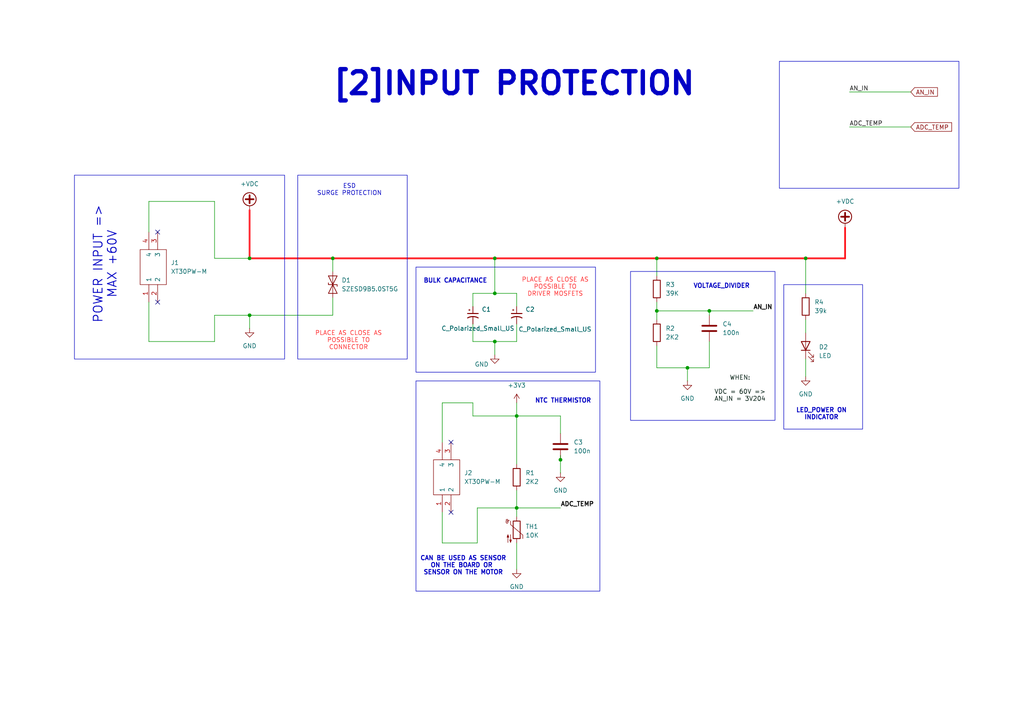
<source format=kicad_sch>
(kicad_sch (version 20231120) (generator "eeschema") (generator_version "8.0")
  (paper "A4")
  (lib_symbols
    (symbol "Device:C" (pin_numbers hide) (pin_names (offset 0.254))
      (property "Reference" "C" (at 0.635 2.54 0))
      (property "Value" "C" (at 0.635 -2.54 0))
      (symbol "C_0_1"
        (polyline (pts (xy -2.032 -0.762) (xy 2.032 -0.762)) (stroke (width 0.508)))
        (polyline (pts (xy -2.032 0.762) (xy 2.032 0.762)) (stroke (width 0.508)))
      )
      (symbol "C_1_1"
        (pin passive line (at 0 3.81 270) (length 2.794) (name "~") (number "1"))
        (pin passive line (at 0 -3.81 90) (length 2.794) (name "~") (number "2"))
      )
    )
    (symbol "Device:C_Polarized_Small_US" (pin_numbers hide) (pin_names (offset 0.254) hide)
      (property "Reference" "C" (at 0.254 1.778 0))
      (property "Value" "C_Polarized_Small_US" (at 0.254 -2.032 0))
      (symbol "C_Polarized_Small_US_0_1"
        (polyline (pts (xy -1.524 0.508) (xy 1.524 0.508)) (stroke (width 0.3048)))
        (polyline (pts (xy -1.27 1.524) (xy -0.762 1.524)))
        (polyline (pts (xy -1.016 1.27) (xy -1.016 1.778)))
        (arc (start 1.524 -0.762) (mid 0 -0.3734) (end -1.524 -0.762) (stroke (width 0.3048)))
      )
      (symbol "C_Polarized_Small_US_1_1"
        (pin passive line (at 0 2.54 270) (length 2.032) (name "~") (number "1"))
        (pin passive line (at 0 -2.54 90) (length 2.032) (name "~") (number "2"))
      )
    )
    (symbol "Device:LED" (pin_numbers hide) (pin_names (offset 1.016) hide)
      (property "Reference" "D" (at 0 2.54 0))
      (property "Value" "LED" (at 0 -2.54 0))
      (symbol "LED_0_1"
        (polyline (pts (xy -1.27 -1.27) (xy -1.27 1.27)) (stroke (width 0.254)))
        (polyline (pts (xy -1.27 0) (xy 1.27 0)))
        (polyline (pts (xy 1.27 -1.27) (xy 1.27 1.27) (xy -1.27 0) (xy 1.27 -1.27)) (stroke (width 0.254)))
        (polyline (pts (xy -3.048 -0.762) (xy -4.572 -2.286) (xy -3.81 -2.286) (xy -4.572 -2.286) (xy -4.572 -1.524)))
        (polyline (pts (xy -1.778 -0.762) (xy -3.302 -2.286) (xy -2.54 -2.286) (xy -3.302 -2.286) (xy -3.302 -1.524)))
      )
      (symbol "LED_1_1"
        (pin passive line (at -3.81 0 0) (length 2.54) (name "K") (number "1"))
        (pin passive line (at 3.81 0 180) (length 2.54) (name "A") (number "2"))
      )
    )
    (symbol "Device:R" (pin_numbers hide) (pin_names (offset 0))
      (property "Reference" "R" (at 2.032 0 90))
      (property "Value" "R" (at 0 0 90))
      (symbol "R_0_1"
        (rectangle (start -1.016 -2.54) (end 1.016 2.54) (stroke (width 0.254)))
      )
      (symbol "R_1_1"
        (pin passive line (at 0 3.81 270) (length 1.27) (name "~") (number "1"))
        (pin passive line (at 0 -3.81 90) (length 1.27) (name "~") (number "2"))
      )
    )
    (symbol "Device:Thermistor_NTC" (pin_numbers hide) (pin_names (offset 0))
      (property "Reference" "TH" (at -4.445 0 90))
      (property "Value" "Thermistor_NTC" (at 3.175 0 90))
      (symbol "Thermistor_NTC_0_1"
        (arc (start -3.048 2.159) (mid -3.0495 2.3143) (end -3.175 2.413))
        (arc (start -3.048 2.159) (mid -2.9736 1.9794) (end -2.794 1.905))
        (arc (start -3.048 2.794) (mid -2.9736 2.6144) (end -2.794 2.54))
        (arc (start -2.794 1.905) (mid -2.6144 1.9794) (end -2.54 2.159))
        (arc (start -2.794 2.54) (mid -2.4393 2.5587) (end -2.159 2.794))
        (arc (start -2.794 3.048) (mid -2.9736 2.9736) (end -3.048 2.794))
        (arc (start -2.54 2.794) (mid -2.6144 2.9736) (end -2.794 3.048))
        (rectangle (start -1.016 2.54) (end 1.016 -2.54) (stroke (width 0.254)))
        (polyline (pts (xy -2.54 2.159) (xy -2.54 2.794)))
        (polyline (pts (xy -1.778 2.54) (xy -1.778 1.524) (xy 1.778 -1.524) (xy 1.778 -2.54)))
        (polyline (pts (xy -2.54 -3.683) (xy -2.54 -1.397) (xy -2.794 -2.159) (xy -2.286 -2.159) (xy -2.54 -1.397) (xy -2.54 -1.651)) (fill (type outline)))
        (polyline (pts (xy -1.778 -1.397) (xy -1.778 -3.683) (xy -2.032 -2.921) (xy -1.524 -2.921) (xy -1.778 -3.683) (xy -1.778 -3.429)) (fill (type outline)))
      )
      (symbol "Thermistor_NTC_1_1"
        (pin passive line (at 0 3.81 270) (length 1.27) (name "~") (number "1"))
        (pin passive line (at 0 -3.81 90) (length 1.27) (name "~") (number "2"))
      )
    )
    (symbol "Diode:SZESD9B5.0ST5G" (pin_numbers hide) (pin_names (offset 1.016) hide)
      (property "Reference" "D" (at 0 2.54 0))
      (property "Value" "SZESD9B5.0ST5G" (at 0 -2.54 0))
      (symbol "SZESD9B5.0ST5G_0_1"
        (polyline (pts (xy 1.27 0) (xy -1.27 0)))
        (polyline (pts (xy -2.54 -1.27) (xy 0 0) (xy -2.54 1.27) (xy -2.54 -1.27)) (stroke (width 0.2032)))
        (polyline (pts (xy 0.508 1.27) (xy 0 1.27) (xy 0 -1.27) (xy -0.508 -1.27)) (stroke (width 0.2032)))
        (polyline (pts (xy 2.54 1.27) (xy 2.54 -1.27) (xy 0 0) (xy 2.54 1.27)) (stroke (width 0.2032)))
      )
      (symbol "SZESD9B5.0ST5G_1_1"
        (pin passive line (at -3.81 0 0) (length 2.54) (name "A1") (number "1"))
        (pin passive line (at 3.81 0 180) (length 2.54) (name "A2") (number "2"))
      )
    )
    (symbol "XT30PW-M1:XT30PW-M" (pin_names (offset 0.762))
      (property "Reference" "J" (at 16.51 7.62 0))
      (property "Value" "XT30PW-M" (at 16.51 5.08 0))
      (symbol "XT30PW-M_0_0"
        (pin passive line (at 0 0 0) (length 5.08) (name "1") (number "1"))
        (pin passive line (at 0 -2.54 0) (length 5.08) (name "2") (number "2"))
        (pin passive line (at 20.32 -2.54 180) (length 5.08) (name "3") (number "3"))
        (pin passive line (at 20.32 0 180) (length 5.08) (name "4") (number "4"))
      )
      (symbol "XT30PW-M_0_1"
        (polyline (pts (xy 5.08 2.54) (xy 15.24 2.54) (xy 15.24 -5.08) (xy 5.08 -5.08) (xy 5.08 2.54)) (stroke (width 0.1524)))
      )
    )
    (symbol "power:+3V3" (power) (pin_numbers hide) (pin_names (offset 0) hide)
      (property "Value" "+3V3" (at 0 3.556 0))
      (symbol "+3V3_0_1"
        (polyline (pts (xy -0.762 1.27) (xy 0 2.54)))
        (polyline (pts (xy 0 0) (xy 0 2.54)))
        (polyline (pts (xy 0 2.54) (xy 0.762 1.27)))
      )
      (symbol "+3V3_1_1"
        (pin power_in line (at 0 0 90) (length 0) (name "~") (number "1"))
      )
    )
    (symbol "power:+VDC" (power) (pin_numbers hide) (pin_names (offset 0) hide)
      (property "Value" "+VDC" (at 0 6.35 0))
      (symbol "+VDC_0_1"
        (polyline (pts (xy -1.143 3.175) (xy 1.143 3.175)) (stroke (width 0.508)))
        (polyline (pts (xy 0 0) (xy 0 1.27)))
        (polyline (pts (xy 0 2.032) (xy 0 4.318)) (stroke (width 0.508)))
        (circle (center 0 3.175) (radius 1.905) (stroke (width 0.254)))
      )
      (symbol "+VDC_1_1"
        (pin power_in line (at 0 0 90) (length 0) (name "~") (number "1"))
      )
    )
    (symbol "power:GND" (power) (pin_numbers hide) (pin_names (offset 0) hide)
      (property "Value" "GND" (at 0 -3.81 0))
      (symbol "GND_0_1"
        (polyline (pts (xy 0 0) (xy 0 -1.27) (xy 1.27 -1.27) (xy 0 -2.54) (xy -1.27 -1.27) (xy 0 -1.27)))
      )
      (symbol "GND_1_1"
        (pin power_in line (at 0 0 270) (length 0) (name "~") (number "1"))
      )
    )
  )
  (junction (at 199.39 106.68))
  (junction (at 190.5 90.17))
  (junction (at 149.86 147.32))
  (junction (at 162.56 133.35))
  (junction (at 205.74 90.17))
  (junction (at 190.5 74.93))
  (junction (at 143.51 99.06))
  (junction (at 72.39 74.93))
  (junction (at 143.51 74.93))
  (junction (at 96.52 74.93))
  (junction (at 149.86 120.65))
  (junction (at 72.39 91.44))
  (junction (at 143.51 85.09))
  (junction (at 233.68 74.93))
  (no_connect (at 130.81 148.59))
  (no_connect (at 45.72 87.63))
  (no_connect (at 130.81 128.27))
  (no_connect (at 45.72 67.31))
  (wire (pts (xy 62.23 91.44) (xy 72.39 91.44)))
  (wire (pts (xy 137.16 120.65) (xy 149.86 120.65)))
  (wire (pts (xy 72.39 95.25) (xy 72.39 91.44)))
  (wire (pts (xy 190.5 90.17) (xy 190.5 92.71)))
  (wire (pts (xy 149.86 147.32) (xy 149.86 149.86)))
  (wire (pts (xy 190.5 74.93) (xy 190.5 80.01)))
  (wire (pts (xy 62.23 99.06) (xy 62.23 91.44)))
  (wire (pts (xy 137.16 116.84) (xy 137.16 120.65)))
  (wire (pts (xy 162.56 120.65) (xy 162.56 125.73)))
  (wire (pts (xy 143.51 99.06) (xy 149.86 99.06)))
  (wire (pts (xy 246.38 26.67) (xy 264.16 26.67)))
  (wire (pts (xy 43.18 58.42) (xy 62.23 58.42)))
  (wire (pts (xy 190.5 87.63) (xy 190.5 90.17)))
  (wire (pts (xy 162.56 132.08) (xy 162.56 133.35)))
  (wire (pts (xy 128.27 128.27) (xy 128.27 116.84)))
  (wire (pts (xy 205.74 99.06) (xy 205.74 106.68)))
  (wire (pts (xy 143.51 74.93) (xy 190.5 74.93)) (stroke (width 0.508) (color 255 18 25 1)))
  (wire (pts (xy 149.86 93.98) (xy 149.86 99.06)))
  (wire (pts (xy 72.39 74.93) (xy 96.52 74.93)) (stroke (width 0.508) (color 255 18 25 1)))
  (wire (pts (xy 137.16 85.09) (xy 143.51 85.09)))
  (wire (pts (xy 72.39 91.44) (xy 96.52 91.44)))
  (wire (pts (xy 137.16 99.06) (xy 143.51 99.06)))
  (wire (pts (xy 246.38 36.83) (xy 264.16 36.83)))
  (wire (pts (xy 96.52 74.93) (xy 143.51 74.93)) (stroke (width 0.508) (color 255 18 25 1)))
  (wire (pts (xy 143.51 85.09) (xy 149.86 85.09)))
  (wire (pts (xy 149.86 85.09) (xy 149.86 88.9)))
  (wire (pts (xy 190.5 100.33) (xy 190.5 106.68)))
  (wire (pts (xy 233.68 74.93) (xy 245.11 74.93)) (stroke (width 0.508) (color 255 18 25 1)))
  (wire (pts (xy 72.39 60.96) (xy 72.39 74.93)) (stroke (width 0.508) (color 255 22 31 1)))
  (wire (pts (xy 128.27 148.59) (xy 128.27 157.48)))
  (wire (pts (xy 199.39 110.49) (xy 199.39 106.68)))
  (wire (pts (xy 245.11 66.04) (xy 245.11 74.93)) (stroke (width 0.508) (color 255 18 25 1)))
  (wire (pts (xy 138.43 147.32) (xy 149.86 147.32)))
  (wire (pts (xy 205.74 91.44) (xy 205.74 90.17)))
  (wire (pts (xy 96.52 86.36) (xy 96.52 91.44)))
  (wire (pts (xy 149.86 157.48) (xy 149.86 165.1)))
  (wire (pts (xy 143.51 102.87) (xy 143.51 99.06)))
  (wire (pts (xy 190.5 106.68) (xy 199.39 106.68)))
  (wire (pts (xy 233.68 104.14) (xy 233.68 109.22)))
  (wire (pts (xy 190.5 74.93) (xy 233.68 74.93)) (stroke (width 0.508) (color 255 18 25 1)))
  (wire (pts (xy 149.86 142.24) (xy 149.86 147.32)))
  (wire (pts (xy 205.74 106.68) (xy 199.39 106.68)))
  (wire (pts (xy 149.86 120.65) (xy 149.86 134.62)))
  (wire (pts (xy 128.27 116.84) (xy 137.16 116.84)))
  (wire (pts (xy 233.68 74.93) (xy 233.68 85.09)))
  (wire (pts (xy 138.43 157.48) (xy 138.43 147.32)))
  (wire (pts (xy 162.56 133.35) (xy 162.56 137.16)))
  (wire (pts (xy 137.16 88.9) (xy 137.16 85.09)))
  (wire (pts (xy 205.74 90.17) (xy 218.44 90.17)))
  (wire (pts (xy 143.51 74.93) (xy 143.51 85.09)))
  (wire (pts (xy 43.18 67.31) (xy 43.18 58.42)))
  (wire (pts (xy 149.86 147.32) (xy 162.56 147.32)))
  (wire (pts (xy 43.18 99.06) (xy 62.23 99.06)))
  (wire (pts (xy 128.27 157.48) (xy 138.43 157.48)))
  (wire (pts (xy 96.52 78.74) (xy 96.52 74.93)))
  (wire (pts (xy 233.68 92.71) (xy 233.68 96.52)))
  (wire (pts (xy 149.86 116.84) (xy 149.86 120.65)))
  (wire (pts (xy 149.86 120.65) (xy 162.56 120.65)))
  (wire (pts (xy 43.18 87.63) (xy 43.18 99.06)))
  (wire (pts (xy 62.23 58.42) (xy 62.23 74.93)))
  (wire (pts (xy 205.74 90.17) (xy 190.5 90.17)))
  (wire (pts (xy 62.23 74.93) (xy 72.39 74.93)))
  (wire (pts (xy 137.16 93.98) (xy 137.16 99.06)))
  (rectangle (start 86.36 50.8) (end 118.11 104.14))
  (rectangle (start 182.88 78.74) (end 224.79 121.92))
  (rectangle (start 120.65 110.49) (end 173.99 171.45))
  (rectangle (start 120.65 77.47) (end 172.72 107.95))
  (rectangle (start 21.59 50.8) (end 82.55 104.14))
  (rectangle (start 227.33 82.55) (end 250.19 124.46))
  (rectangle (start 226.06 17.78) (end 278.13 54.61))
  (text "[2]INPUT PROTECTION" (at 149.098 24.384 0) (effects (font (size 6.35 6.35) (thickness 1.27) (bold yes))))
  (text "BULK CAPACITANCE" (at 132.08 81.534 0) (effects (font (size 1.27 1.27) (thickness 0.254) (bold yes))))
  (text "WHEN:\n\nVDC = 60V =>\nAN_IN = 3V204" (at 214.63 112.776 0) (effects (font (size 1.27 1.27) (thickness 0.1588))))
  (text "POWER INPUT =>\nMAX +60V" (at 30.48 76.708 90) (effects (font (size 2.54 2.54) (thickness 0.254) (bold yes))))
  (text "NTC THERMISTOR" (at 163.322 116.332 0) (effects (font (size 1.27 1.27) (thickness 0.254) (bold yes))))
  (text "LED_POWER ON\nINDICATOR\n" (at 238.252 120.142 0) (effects (font (size 1.27 1.27) (thickness 0.254) (bold yes))))
  (text "PLACE AS CLOSE AS\nPOSSIBLE TO\nCONNECTOR\n" (at 101.092 98.806 0) (effects (font (size 1.27 1.27))))
  (text "VOLTAGE_DIVIDER" (at 209.296 83.058 0) (effects (font (size 1.27 1.27) (thickness 0.254) (bold yes))))
  (text "ESD\nSURGE PROTECTION\n" (at 101.346 55.118 0) (effects (font (size 1.27 1.27))))
  (text "CAN BE USED AS SENSOR\nON THE BOARD OR \nSENSOR ON THE MOTOR" (at 134.366 164.084 0) (effects (font (size 1.27 1.27) (thickness 0.254) (bold yes))))
  (text "PLACE AS CLOSE AS\nPOSSIBLE TO\nDRIVER MOSFETS" (at 161.036 83.312 0) (effects (font (size 1.27 1.27))))
  (label "AN_IN" (at 246.38 26.67 0))
  (label "ADC_TEMP" (at 246.38 36.83 0))
  (label "ADC_TEMP" (at 162.56 147.32 0) (effects (font (thickness 0.254) (bold yes))))
  (label "AN_IN" (at 218.44 90.17 0) (effects (font (thickness 0.254) (bold yes))))
  (global_label "AN_IN" (shape input) (at 264.16 26.67 0) (property "Intersheetrefs" "${INTERSHEET_REFS}" (effects (hide yes))))
  (global_label "ADC_TEMP" (shape input) (at 264.16 36.83 0) (property "Intersheetrefs" "${INTERSHEET_REFS}" (effects (hide yes))))
  (symbol (lib_id "Device:LED") (at 233.68 100.33 90) (unit 1)
    (property "Reference" "D2" (at 237.49 100.6474 90) (effects (justify right)))
    (property "Value" "LED" (at 237.49 103.1874 90) (effects (justify right)))
    (property "Description" "Light emitting diode" (effects (hide yes)))
  )
  (symbol (lib_id "Device:R") (at 190.5 96.52 0) (unit 1)
    (property "Reference" "R2" (at 193.04 95.2499 0) (effects (justify left)))
    (property "Value" "2K2" (at 193.04 97.7899 0) (effects (justify left)))
    (property "Description" "Resistor" (effects (hide yes)))
  )
  (symbol (lib_id "power:GND") (at 149.86 165.1 0) (unit 1)
    (property "Reference" "#PWR071" (effects (hide yes)))
    (property "Value" "GND" (at 149.86 170.18 0))
    (property "Description" "Power symbol creates a global label with name \"GND\" , ground" (effects (hide yes)))
  )
  (symbol (lib_id "XT30PW-M1:XT30PW-M") (at 128.27 148.59 90) (unit 1)
    (property "Reference" "J2" (at 134.62 137.1599 90) (effects (justify right)))
    (property "Value" "XT30PW-M" (at 134.62 139.6999 90) (effects (justify right)))
    (property "Footprint" "XT30PWM" (effects (hide yes)))
    (property "Datasheet" "https://www.tme.eu/sl/Document/ce4077e36b79046da520ca73227e15de/XT30PW%20SPEC.pdf" (effects (hide yes)))
    (property "Description" "30A Low Temperature Rise Fire Retardant Plug" (effects (hide yes)))
    (property "Description_1" "30A Low Temperature Rise Fire Retardant Plug" (effects (hide yes)))
    (property "Height" "5" (effects (hide yes)))
    (property "Manufacturer_Name" "Amass" (effects (hide yes)))
    (property "Manufacturer_Part_Number" "XT30PW-M" (effects (hide yes)))
  )
  (symbol (lib_id "power:+VDC") (at 72.39 60.96 0) (unit 1)
    (property "Reference" "#PWR064" (effects (hide yes)))
    (property "Value" "+VDC" (at 72.39 53.34 0))
    (property "Description" "Power symbol creates a global label with name \"+VDC\"" (effects (hide yes)))
  )
  (symbol (lib_id "Device:R") (at 233.68 88.9 0) (unit 1)
    (property "Reference" "R4" (at 236.22 87.6299 0) (effects (justify left)))
    (property "Value" "39k" (at 236.22 90.1699 0) (effects (justify left)))
    (property "Description" "Resistor" (effects (hide yes)))
  )
  (symbol (lib_id "Diode:SZESD9B5.0ST5G") (at 96.52 82.55 90) (unit 1)
    (property "Reference" "D1" (at 99.06 81.2799 90) (effects (justify right)))
    (property "Value" "SZESD9B5.0ST5G" (at 99.06 83.8199 90) (effects (justify right)))
    (property "Footprint" "Diode_SMD:D_SOD-923" (effects (hide yes)))
    (property "Datasheet" "https://www.onsemi.com/pub/Collateral/ESD9B-D.PDF" (effects (hide yes)))
    (property "Description" "ESD protection diode, 5.0Vrwm, SOD-923" (effects (hide yes)))
  )
  (symbol (lib_id "power:GND") (at 143.51 102.87 0) (unit 1)
    (property "Reference" "#PWR067" (effects (hide yes)))
    (property "Value" "GND" (at 139.7 105.664 0))
    (property "Description" "Power symbol creates a global label with name \"GND\" , ground" (effects (hide yes)))
  )
  (symbol (lib_id "power:+3V3") (at 149.86 116.84 0) (unit 1)
    (property "Reference" "#PWR068" (effects (hide yes)))
    (property "Value" "+3V3" (at 149.86 111.76 0))
    (property "Description" "Power symbol creates a global label with name \"+3V3\"" (effects (hide yes)))
  )
  (symbol (lib_id "Device:C_Polarized_Small_US") (at 137.16 91.44 0) (unit 1)
    (property "Reference" "C1" (at 139.7 89.7381 0) (effects (justify left)))
    (property "Value" "C_Polarized_Small_US" (at 128.016 95.25 0) (effects (justify left)))
    (property "Description" "Polarized capacitor, small US symbol" (effects (hide yes)))
  )
  (symbol (lib_id "Device:C_Polarized_Small_US") (at 149.86 91.44 0) (unit 1)
    (property "Reference" "C2" (at 152.4 89.7381 0) (effects (justify left)))
    (property "Value" "C_Polarized_Small_US" (at 150.368 95.504 0) (effects (justify left)))
    (property "Description" "Polarized capacitor, small US symbol" (effects (hide yes)))
  )
  (symbol (lib_id "Device:R") (at 149.86 138.43 0) (unit 1)
    (property "Reference" "R1" (at 152.4 137.1599 0) (effects (justify left)))
    (property "Value" "2K2" (at 152.4 139.6999 0) (effects (justify left)))
    (property "Description" "Resistor" (effects (hide yes)))
  )
  (symbol (lib_id "power:GND") (at 72.39 95.25 0) (unit 1)
    (property "Reference" "#PWR065" (effects (hide yes)))
    (property "Value" "GND" (at 72.39 100.33 0))
    (property "Description" "Power symbol creates a global label with name \"GND\" , ground" (effects (hide yes)))
  )
  (symbol (lib_id "Device:C") (at 205.74 95.25 0) (unit 1)
    (property "Reference" "C4" (at 209.55 93.9799 0) (effects (justify left)))
    (property "Value" "100n" (at 209.55 96.5199 0) (effects (justify left)))
    (property "Description" "Unpolarized capacitor" (effects (hide yes)))
  )
  (symbol (lib_id "Device:Thermistor_NTC") (at 149.86 153.67 0) (unit 1)
    (property "Reference" "TH1" (at 152.4 152.7174 0) (effects (justify left)))
    (property "Value" "10K" (at 152.4 155.2574 0) (effects (justify left)))
    (property "Description" "Temperature dependent resistor, negative temperature coefficient" (effects (hide yes)))
  )
  (symbol (lib_id "Device:R") (at 190.5 83.82 0) (unit 1)
    (property "Reference" "R3" (at 193.04 82.5499 0) (effects (justify left)))
    (property "Value" "39K" (at 193.04 85.0899 0) (effects (justify left)))
    (property "Description" "Resistor" (effects (hide yes)))
  )
  (symbol (lib_id "power:+VDC") (at 245.11 66.04 0) (unit 1)
    (property "Reference" "#PWR072" (effects (hide yes)))
    (property "Value" "+VDC" (at 245.11 58.42 0))
    (property "Description" "Power symbol creates a global label with name \"+VDC\"" (effects (hide yes)))
  )
  (symbol (lib_id "Device:C") (at 162.56 129.54 0) (unit 1)
    (property "Reference" "C3" (at 166.37 128.2699 0) (effects (justify left)))
    (property "Value" "100n" (at 166.37 130.8099 0) (effects (justify left)))
    (property "Description" "Unpolarized capacitor" (effects (hide yes)))
  )
  (symbol (lib_id "power:GND") (at 199.39 110.49 0) (unit 1)
    (property "Reference" "#PWR069" (effects (hide yes)))
    (property "Value" "GND" (at 199.39 115.57 0))
    (property "Description" "Power symbol creates a global label with name \"GND\" , ground" (effects (hide yes)))
  )
  (symbol (lib_id "power:GND") (at 162.56 137.16 0) (unit 1)
    (property "Reference" "#PWR066" (effects (hide yes)))
    (property "Value" "GND" (at 162.56 142.24 0))
    (property "Description" "Power symbol creates a global label with name \"GND\" , ground" (effects (hide yes)))
  )
  (symbol (lib_id "XT30PW-M1:XT30PW-M") (at 43.18 87.63 90) (unit 1)
    (property "Reference" "J1" (at 49.53 76.1999 90) (effects (justify right)))
    (property "Value" "XT30PW-M" (at 49.53 78.7399 90) (effects (justify right)))
    (property "Footprint" "XT30PWM" (effects (hide yes)))
    (property "Datasheet" "https://www.tme.eu/sl/Document/ce4077e36b79046da520ca73227e15de/XT30PW%20SPEC.pdf" (effects (hide yes)))
    (property "Description" "30A Low Temperature Rise Fire Retardant Plug" (effects (hide yes)))
    (property "Description_1" "30A Low Temperature Rise Fire Retardant Plug" (effects (hide yes)))
    (property "Height" "5" (effects (hide yes)))
    (property "Manufacturer_Name" "Amass" (effects (hide yes)))
    (property "Manufacturer_Part_Number" "XT30PW-M" (effects (hide yes)))
  )
  (symbol (lib_id "power:GND") (at 233.68 109.22 0) (unit 1)
    (property "Reference" "#PWR070" (effects (hide yes)))
    (property "Value" "GND" (at 233.68 114.3 0))
    (property "Description" "Power symbol creates a global label with name \"GND\" , ground" (effects (hide yes)))
  )
)
</source>
